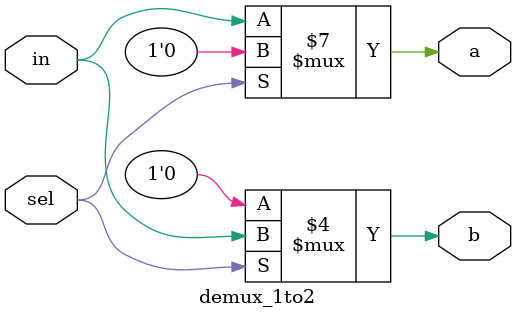
<source format=v>
`timescale 1ns / 1ps
 



module demux_1to2(
    input wire in,
    input wire sel,
    output reg a,
    output reg b
    );
    
    always @(*) begin
        if (sel == 1'b0) begin
            a = in;         // Route input to y0
            b = 1'b0;      // y1 is set to 0
        end
        else begin
            a = 1'b0;      // y0 is set to 0
            b = in;         // Route input to y1
        end
    end
endmodule

</source>
